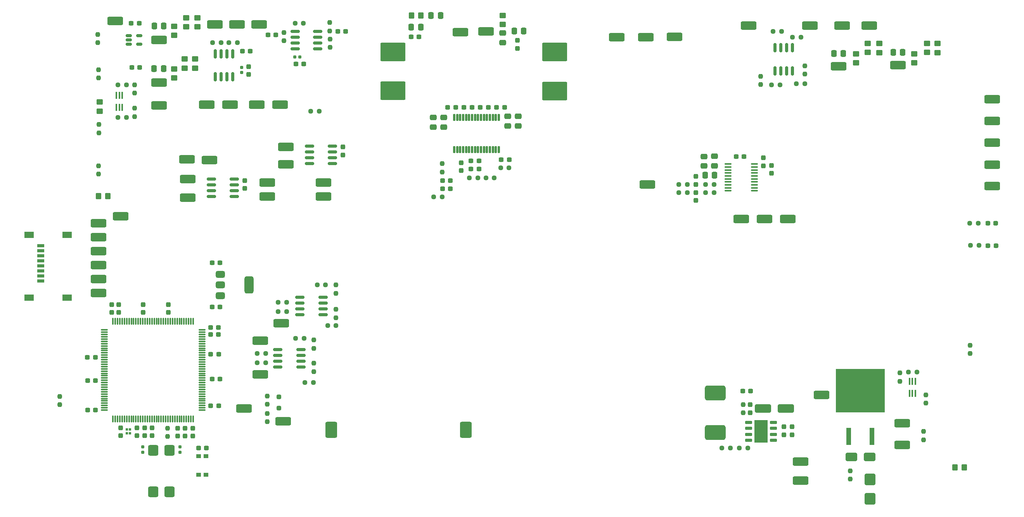
<source format=gbr>
%TF.GenerationSoftware,KiCad,Pcbnew,9.0.3*%
%TF.CreationDate,2025-10-14T12:15:04-07:00*%
%TF.ProjectId,VCU_v1,5643555f-7631-42e6-9b69-6361645f7063,rev?*%
%TF.SameCoordinates,Original*%
%TF.FileFunction,Paste,Top*%
%TF.FilePolarity,Positive*%
%FSLAX46Y46*%
G04 Gerber Fmt 4.6, Leading zero omitted, Abs format (unit mm)*
G04 Created by KiCad (PCBNEW 9.0.3) date 2025-10-14 12:15:04*
%MOMM*%
%LPD*%
G01*
G04 APERTURE LIST*
G04 Aperture macros list*
%AMRoundRect*
0 Rectangle with rounded corners*
0 $1 Rounding radius*
0 $2 $3 $4 $5 $6 $7 $8 $9 X,Y pos of 4 corners*
0 Add a 4 corners polygon primitive as box body*
4,1,4,$2,$3,$4,$5,$6,$7,$8,$9,$2,$3,0*
0 Add four circle primitives for the rounded corners*
1,1,$1+$1,$2,$3*
1,1,$1+$1,$4,$5*
1,1,$1+$1,$6,$7*
1,1,$1+$1,$8,$9*
0 Add four rect primitives between the rounded corners*
20,1,$1+$1,$2,$3,$4,$5,0*
20,1,$1+$1,$4,$5,$6,$7,0*
20,1,$1+$1,$6,$7,$8,$9,0*
20,1,$1+$1,$8,$9,$2,$3,0*%
G04 Aperture macros list end*
%ADD10RoundRect,0.237500X0.250000X0.237500X-0.250000X0.237500X-0.250000X-0.237500X0.250000X-0.237500X0*%
%ADD11RoundRect,0.250000X1.000000X0.650000X-1.000000X0.650000X-1.000000X-0.650000X1.000000X-0.650000X0*%
%ADD12RoundRect,0.390000X-0.910000X-1.360000X0.910000X-1.360000X0.910000X1.360000X-0.910000X1.360000X0*%
%ADD13RoundRect,0.237500X-0.237500X0.250000X-0.237500X-0.250000X0.237500X-0.250000X0.237500X0.250000X0*%
%ADD14RoundRect,0.250000X-1.450000X-0.650000X1.450000X-0.650000X1.450000X0.650000X-1.450000X0.650000X0*%
%ADD15RoundRect,0.375000X-0.625000X-0.375000X0.625000X-0.375000X0.625000X0.375000X-0.625000X0.375000X0*%
%ADD16RoundRect,0.500000X-0.500000X-1.400000X0.500000X-1.400000X0.500000X1.400000X-0.500000X1.400000X0*%
%ADD17RoundRect,0.250000X0.450000X-0.350000X0.450000X0.350000X-0.450000X0.350000X-0.450000X-0.350000X0*%
%ADD18RoundRect,0.237500X-0.250000X-0.237500X0.250000X-0.237500X0.250000X0.237500X-0.250000X0.237500X0*%
%ADD19RoundRect,0.250000X-0.337500X-0.475000X0.337500X-0.475000X0.337500X0.475000X-0.337500X0.475000X0*%
%ADD20RoundRect,0.237500X0.300000X0.237500X-0.300000X0.237500X-0.300000X-0.237500X0.300000X-0.237500X0*%
%ADD21RoundRect,0.250000X0.337500X0.475000X-0.337500X0.475000X-0.337500X-0.475000X0.337500X-0.475000X0*%
%ADD22RoundRect,0.237500X0.237500X-0.250000X0.237500X0.250000X-0.237500X0.250000X-0.237500X-0.250000X0*%
%ADD23RoundRect,0.067500X0.157500X-0.682500X0.157500X0.682500X-0.157500X0.682500X-0.157500X-0.682500X0*%
%ADD24RoundRect,0.067500X-0.157500X0.682500X-0.157500X-0.682500X0.157500X-0.682500X0.157500X0.682500X0*%
%ADD25RoundRect,0.237500X-0.237500X0.300000X-0.237500X-0.300000X0.237500X-0.300000X0.237500X0.300000X0*%
%ADD26RoundRect,0.100000X-0.637500X-0.100000X0.637500X-0.100000X0.637500X0.100000X-0.637500X0.100000X0*%
%ADD27R,1.000000X0.900000*%
%ADD28RoundRect,0.250000X0.900000X-1.000000X0.900000X1.000000X-0.900000X1.000000X-0.900000X-1.000000X0*%
%ADD29RoundRect,0.155000X-0.155000X0.212500X-0.155000X-0.212500X0.155000X-0.212500X0.155000X0.212500X0*%
%ADD30RoundRect,0.250000X2.500000X-1.750000X2.500000X1.750000X-2.500000X1.750000X-2.500000X-1.750000X0*%
%ADD31RoundRect,0.237500X0.237500X-0.300000X0.237500X0.300000X-0.237500X0.300000X-0.237500X-0.300000X0*%
%ADD32RoundRect,0.237500X-0.300000X-0.237500X0.300000X-0.237500X0.300000X0.237500X-0.300000X0.237500X0*%
%ADD33RoundRect,0.250000X1.450000X0.650000X-1.450000X0.650000X-1.450000X-0.650000X1.450000X-0.650000X0*%
%ADD34RoundRect,0.162500X0.825000X0.162500X-0.825000X0.162500X-0.825000X-0.162500X0.825000X-0.162500X0*%
%ADD35RoundRect,0.237500X0.287500X0.237500X-0.287500X0.237500X-0.287500X-0.237500X0.287500X-0.237500X0*%
%ADD36RoundRect,0.090000X-0.685000X-0.210000X0.685000X-0.210000X0.685000X0.210000X-0.685000X0.210000X0*%
%ADD37R,2.950000X4.900000*%
%ADD38RoundRect,0.155000X0.155000X-0.212500X0.155000X0.212500X-0.155000X0.212500X-0.155000X-0.212500X0*%
%ADD39RoundRect,0.250000X1.500000X0.650000X-1.500000X0.650000X-1.500000X-0.650000X1.500000X-0.650000X0*%
%ADD40RoundRect,0.330000X-0.770000X0.820000X-0.770000X-0.820000X0.770000X-0.820000X0.770000X0.820000X0*%
%ADD41RoundRect,0.250000X0.350000X0.450000X-0.350000X0.450000X-0.350000X-0.450000X0.350000X-0.450000X0*%
%ADD42RoundRect,0.155000X-0.212500X-0.155000X0.212500X-0.155000X0.212500X0.155000X-0.212500X0.155000X0*%
%ADD43RoundRect,0.250000X0.250000X-0.250000X0.250000X0.250000X-0.250000X0.250000X-0.250000X-0.250000X0*%
%ADD44RoundRect,0.100000X-0.100000X0.650000X-0.100000X-0.650000X0.100000X-0.650000X0.100000X0.650000X0*%
%ADD45RoundRect,0.495000X-1.755000X-1.155000X1.755000X-1.155000X1.755000X1.155000X-1.755000X1.155000X0*%
%ADD46RoundRect,0.250000X0.475000X-0.337500X0.475000X0.337500X-0.475000X0.337500X-0.475000X-0.337500X0*%
%ADD47RoundRect,0.250000X-0.350000X-0.450000X0.350000X-0.450000X0.350000X0.450000X-0.350000X0.450000X0*%
%ADD48RoundRect,0.250000X-0.475000X0.337500X-0.475000X-0.337500X0.475000X-0.337500X0.475000X0.337500X0*%
%ADD49R,1.500000X0.800000*%
%ADD50R,2.000000X1.450000*%
%ADD51RoundRect,0.150000X0.825000X0.150000X-0.825000X0.150000X-0.825000X-0.150000X0.825000X-0.150000X0*%
%ADD52RoundRect,0.075000X0.075000X-0.662500X0.075000X0.662500X-0.075000X0.662500X-0.075000X-0.662500X0*%
%ADD53RoundRect,0.075000X0.662500X-0.075000X0.662500X0.075000X-0.662500X0.075000X-0.662500X-0.075000X0*%
%ADD54RoundRect,0.150000X-0.825000X-0.150000X0.825000X-0.150000X0.825000X0.150000X-0.825000X0.150000X0*%
%ADD55RoundRect,0.100000X0.100000X-0.650000X0.100000X0.650000X-0.100000X0.650000X-0.100000X-0.650000X0*%
%ADD56RoundRect,0.070500X0.164500X-0.189500X0.164500X0.189500X-0.164500X0.189500X-0.164500X-0.189500X0*%
%ADD57R,10.670000X9.450000*%
%ADD58R,1.050000X3.800000*%
%ADD59RoundRect,0.150000X-0.150000X0.825000X-0.150000X-0.825000X0.150000X-0.825000X0.150000X0.825000X0*%
%ADD60RoundRect,0.250000X-0.450000X0.350000X-0.450000X-0.350000X0.450000X-0.350000X0.450000X0.350000X0*%
%ADD61RoundRect,0.162500X0.162500X-0.825000X0.162500X0.825000X-0.162500X0.825000X-0.162500X-0.825000X0*%
%ADD62RoundRect,0.150000X-0.512500X-0.150000X0.512500X-0.150000X0.512500X0.150000X-0.512500X0.150000X0*%
G04 APERTURE END LIST*
D10*
%TO.C,R23*%
X126492000Y-99314000D03*
X124667000Y-99314000D03*
%TD*%
D11*
%TO.C,D5*%
X212058000Y-160274000D03*
X208058000Y-160274000D03*
%TD*%
D12*
%TO.C,BT1*%
X94520000Y-154269773D03*
X123920000Y-154269773D03*
%TD*%
D13*
%TO.C,R60*%
X188222611Y-77065500D03*
X188222611Y-78890500D03*
%TD*%
D14*
%TO.C,TP48*%
X196998021Y-161218766D03*
%TD*%
D15*
%TO.C,U3*%
X70256000Y-120382000D03*
X70256000Y-122682000D03*
D16*
X76556000Y-122682000D03*
D15*
X70256000Y-124982000D03*
%TD*%
D17*
%TO.C,R61*%
X60198000Y-77454000D03*
X60198000Y-75454000D03*
%TD*%
D18*
%TO.C,R49*%
X93732849Y-131572000D03*
X95557849Y-131572000D03*
%TD*%
D14*
%TO.C,TP53*%
X48564500Y-107645500D03*
%TD*%
D19*
%TO.C,C81*%
X55900943Y-66116891D03*
X57975943Y-66116891D03*
%TD*%
D17*
%TO.C,R72*%
X209050611Y-74152000D03*
X209050611Y-72152000D03*
%TD*%
D20*
%TO.C,C60*%
X132342177Y-83844001D03*
X130617177Y-83844001D03*
%TD*%
D21*
%TO.C,C71*%
X178183490Y-98657678D03*
X176108490Y-98657678D03*
%TD*%
D19*
%TO.C,C69*%
X111992500Y-66318001D03*
X114067500Y-66318001D03*
%TD*%
D14*
%TO.C,TP10*%
X78740000Y-65786000D03*
%TD*%
D22*
%TO.C,R48*%
X80556501Y-148755000D03*
X80556501Y-146930000D03*
%TD*%
D18*
%TO.C,R41*%
X90019500Y-84709000D03*
X91844500Y-84709000D03*
%TD*%
D17*
%TO.C,R64*%
X62484000Y-75279000D03*
X62484000Y-73279000D03*
%TD*%
D14*
%TO.C,TP57*%
X238760000Y-86868000D03*
%TD*%
D17*
%TO.C,R58*%
X65278000Y-66294000D03*
X65278000Y-64294000D03*
%TD*%
D23*
%TO.C,U13*%
X121344000Y-93106000D03*
X121994000Y-93106000D03*
X122644000Y-93106000D03*
X123294000Y-93106000D03*
X123944000Y-93106000D03*
X124594000Y-93106000D03*
X125244000Y-93106000D03*
X125894000Y-93106000D03*
X126544000Y-93106000D03*
X127194000Y-93106000D03*
X127844000Y-93106000D03*
X128494000Y-93106000D03*
X129144000Y-93106000D03*
X129794000Y-93106000D03*
X130444000Y-93106000D03*
X131094000Y-93106000D03*
D24*
X131094000Y-86106000D03*
X130444000Y-86106000D03*
X129794000Y-86106000D03*
X129144000Y-86106000D03*
X128494000Y-86106000D03*
X127844000Y-86106000D03*
X127194000Y-86106000D03*
X126544000Y-86106000D03*
X125894000Y-86106000D03*
X125244000Y-86106000D03*
X124594000Y-86106000D03*
X123944000Y-86106000D03*
X123294000Y-86106000D03*
X122644000Y-86106000D03*
X121994000Y-86106000D03*
X121344000Y-86106000D03*
%TD*%
D20*
%TO.C,C26*%
X69945001Y-137783001D03*
X68220001Y-137783001D03*
%TD*%
D14*
%TO.C,TP56*%
X238760000Y-82095000D03*
%TD*%
D19*
%TO.C,C84*%
X204203111Y-72136000D03*
X206278111Y-72136000D03*
%TD*%
D25*
%TO.C,C28*%
X58922501Y-126944900D03*
X58922501Y-128669900D03*
%TD*%
D14*
%TO.C,TP30*%
X163195000Y-68580000D03*
%TD*%
D13*
%TO.C,R38*%
X43561000Y-67921500D03*
X43561000Y-69746500D03*
%TD*%
D26*
%TO.C,U14*%
X181141490Y-96240678D03*
X181141490Y-96890678D03*
X181141490Y-97540678D03*
X181141490Y-98190678D03*
X181141490Y-98840678D03*
X181141490Y-99490678D03*
X181141490Y-100140678D03*
X181141490Y-100790678D03*
X181141490Y-101440678D03*
X181141490Y-102090678D03*
X186866490Y-102090678D03*
X186866490Y-101440678D03*
X186866490Y-100790678D03*
X186866490Y-100140678D03*
X186866490Y-99490678D03*
X186866490Y-98840678D03*
X186866490Y-98190678D03*
X186866490Y-97540678D03*
X186866490Y-96890678D03*
X186866490Y-96240678D03*
%TD*%
D17*
%TO.C,R35*%
X43942000Y-84677000D03*
X43942000Y-82677000D03*
%TD*%
%TO.C,R67*%
X214130611Y-71893000D03*
X214130611Y-69893000D03*
%TD*%
D18*
%TO.C,R62*%
X190612111Y-78994000D03*
X192437111Y-78994000D03*
%TD*%
D14*
%TO.C,TP21*%
X84582000Y-92481400D03*
%TD*%
D27*
%TO.C,SW1*%
X65541800Y-164149300D03*
X65541800Y-160049300D03*
X67141800Y-164149300D03*
X67141800Y-160049300D03*
%TD*%
D14*
%TO.C,TP17*%
X63142500Y-103555800D03*
%TD*%
D25*
%TO.C,C38*%
X53791701Y-153867800D03*
X53791701Y-155592800D03*
%TD*%
D14*
%TO.C,TP37*%
X218194611Y-74676000D03*
%TD*%
D22*
%TO.C,R76*%
X51562000Y-80772000D03*
X51562000Y-78947000D03*
%TD*%
D10*
%TO.C,R53*%
X84739349Y-128508255D03*
X82914349Y-128508255D03*
%TD*%
D14*
%TO.C,TP5*%
X219151200Y-152908000D03*
%TD*%
%TO.C,TP59*%
X238760000Y-96393000D03*
%TD*%
%TO.C,TP19*%
X80530300Y-103352600D03*
%TD*%
D13*
%TO.C,R47*%
X80556501Y-150740000D03*
X80556501Y-152565000D03*
%TD*%
D28*
%TO.C,D6*%
X212090000Y-169418000D03*
X212090000Y-165118000D03*
%TD*%
D29*
%TO.C,C34*%
X53325300Y-158053300D03*
X53325300Y-159188300D03*
%TD*%
D30*
%TO.C,L3*%
X107950000Y-80220001D03*
X107950000Y-71720001D03*
%TD*%
D14*
%TO.C,TP39*%
X205994000Y-66040000D03*
%TD*%
D13*
%TO.C,R46*%
X90684849Y-134707755D03*
X90684849Y-136532755D03*
%TD*%
D14*
%TO.C,TP38*%
X205240611Y-74930000D03*
%TD*%
D31*
%TO.C,C23*%
X64307301Y-155694400D03*
X64307301Y-153969400D03*
%TD*%
D20*
%TO.C,C16*%
X70204500Y-117856000D03*
X68479500Y-117856000D03*
%TD*%
D14*
%TO.C,TP11*%
X78232000Y-83312000D03*
%TD*%
D10*
%TO.C,R14*%
X88426700Y-65455800D03*
X86601700Y-65455800D03*
%TD*%
D32*
%TO.C,C30*%
X41296001Y-138475400D03*
X43021001Y-138475400D03*
%TD*%
D20*
%TO.C,C58*%
X125230177Y-83844001D03*
X123505177Y-83844001D03*
%TD*%
D33*
%TO.C,TP27*%
X79000849Y-142224255D03*
%TD*%
D34*
%TO.C,Q3*%
X87920001Y-140603500D03*
X87920001Y-139333500D03*
X87920001Y-138063500D03*
X87920001Y-136793500D03*
X82845001Y-136793500D03*
X82845001Y-138063500D03*
X82845001Y-139333500D03*
X82845001Y-140603500D03*
%TD*%
D17*
%TO.C,R68*%
X226830611Y-71898000D03*
X226830611Y-69898000D03*
%TD*%
D25*
%TO.C,C20*%
X53436101Y-126926000D03*
X53436101Y-128651000D03*
%TD*%
D14*
%TO.C,TP14*%
X69088000Y-65786000D03*
%TD*%
D33*
%TO.C,TP31*%
X83572849Y-131048255D03*
%TD*%
D10*
%TO.C,R4*%
X84732500Y-126492000D03*
X82907500Y-126492000D03*
%TD*%
D35*
%TO.C,D7*%
X239569146Y-109216951D03*
X237819146Y-109216951D03*
%TD*%
D14*
%TO.C,TP26*%
X128270000Y-67310000D03*
%TD*%
%TO.C,TP55*%
X83349406Y-83310590D03*
%TD*%
%TO.C,TP22*%
X92837000Y-103378000D03*
%TD*%
D36*
%TO.C,U2*%
X185608000Y-152698000D03*
X185608000Y-153998000D03*
X185608000Y-155298000D03*
X185608000Y-156598000D03*
X191008000Y-156598000D03*
X191008000Y-155298000D03*
X191008000Y-153998000D03*
X191008000Y-152698000D03*
D37*
X188308000Y-154648000D03*
%TD*%
D38*
%TO.C,C5*%
X74930000Y-76259500D03*
X74930000Y-75124500D03*
%TD*%
D14*
%TO.C,TP25*%
X122682000Y-67437000D03*
%TD*%
D31*
%TO.C,C36*%
X48499300Y-155613800D03*
X48499300Y-153888800D03*
%TD*%
D39*
%TO.C,D2*%
X193762000Y-149690000D03*
X188762000Y-149690000D03*
%TD*%
D20*
%TO.C,C17*%
X52578000Y-65532000D03*
X50853000Y-65532000D03*
%TD*%
D31*
%TO.C,C7*%
X76454000Y-76708000D03*
X76454000Y-74983000D03*
%TD*%
D10*
%TO.C,R29*%
X178058490Y-102467678D03*
X176233490Y-102467678D03*
%TD*%
D19*
%TO.C,C82*%
X55858500Y-75438000D03*
X57933500Y-75438000D03*
%TD*%
D14*
%TO.C,TP47*%
X43688000Y-109220000D03*
%TD*%
D22*
%TO.C,R15*%
X94169000Y-67183000D03*
X94169000Y-65358000D03*
%TD*%
D25*
%TO.C,C4*%
X195072000Y-153653500D03*
X195072000Y-155378500D03*
%TD*%
D14*
%TO.C,TP28*%
X156845000Y-68580000D03*
%TD*%
%TO.C,TP4*%
X47310022Y-65004552D03*
%TD*%
D32*
%TO.C,C9*%
X95911500Y-67310000D03*
X97636500Y-67310000D03*
%TD*%
D13*
%TO.C,R2*%
X184404000Y-148777500D03*
X184404000Y-150602500D03*
%TD*%
D10*
%TO.C,R22*%
X118726677Y-103402001D03*
X116901677Y-103402001D03*
%TD*%
D40*
%TO.C,Y1*%
X55667300Y-158815300D03*
X55667300Y-167865300D03*
X59167300Y-167815300D03*
X59167300Y-158815300D03*
%TD*%
D14*
%TO.C,TP45*%
X43688000Y-115316000D03*
%TD*%
D13*
%TO.C,R25*%
X118726677Y-96139501D03*
X118726677Y-97964501D03*
%TD*%
D20*
%TO.C,C14*%
X52678500Y-75184000D03*
X50953500Y-75184000D03*
%TD*%
D17*
%TO.C,R73*%
X224544611Y-71866000D03*
X224544611Y-69866000D03*
%TD*%
D10*
%TO.C,R1*%
X235862500Y-114046000D03*
X234037500Y-114046000D03*
%TD*%
D41*
%TO.C,R37*%
X45704000Y-103251000D03*
X43704000Y-103251000D03*
%TD*%
D14*
%TO.C,TP58*%
X238760000Y-91567000D03*
%TD*%
D31*
%TO.C,C51*%
X122843677Y-97660501D03*
X122843677Y-95935501D03*
%TD*%
D42*
%TO.C,C1*%
X86554500Y-72898000D03*
X87689500Y-72898000D03*
%TD*%
D32*
%TO.C,C57*%
X119949177Y-83844001D03*
X121674177Y-83844001D03*
%TD*%
D10*
%TO.C,R78*%
X49807500Y-78994000D03*
X47982500Y-78994000D03*
%TD*%
D31*
%TO.C,C77*%
X174097990Y-104192678D03*
X174097990Y-102467678D03*
%TD*%
D20*
%TO.C,C25*%
X70204500Y-143256000D03*
X68479500Y-143256000D03*
%TD*%
D10*
%TO.C,R5*%
X181610000Y-158326000D03*
X179785000Y-158326000D03*
%TD*%
D43*
%TO.C,D8*%
X83096501Y-149580500D03*
X83096501Y-147080500D03*
%TD*%
D32*
%TO.C,C50*%
X118779677Y-99846001D03*
X120504677Y-99846001D03*
%TD*%
D14*
%TO.C,TP50*%
X219151200Y-157653000D03*
%TD*%
D44*
%TO.C,Q2*%
X222024300Y-143698600D03*
X221374300Y-143698600D03*
X220724300Y-143698600D03*
X220724300Y-146358600D03*
X221374300Y-146358600D03*
X222024300Y-146358600D03*
%TD*%
D18*
%TO.C,R19*%
X72188700Y-69697600D03*
X74013700Y-69697600D03*
%TD*%
D19*
%TO.C,C83*%
X217157111Y-71882000D03*
X219232111Y-71882000D03*
%TD*%
D34*
%TO.C,Q4*%
X92714349Y-129143255D03*
X92714349Y-127873255D03*
X92714349Y-126603255D03*
X92714349Y-125333255D03*
X87639349Y-125333255D03*
X87639349Y-126603255D03*
X87639349Y-127873255D03*
X87639349Y-129143255D03*
%TD*%
D10*
%TO.C,R30*%
X178058490Y-100689678D03*
X176233490Y-100689678D03*
%TD*%
D45*
%TO.C,L2*%
X178308000Y-146240000D03*
X178308000Y-154940000D03*
%TD*%
D18*
%TO.C,R36*%
X220499300Y-141732000D03*
X222324300Y-141732000D03*
%TD*%
D32*
%TO.C,C32*%
X41346801Y-149956200D03*
X43071801Y-149956200D03*
%TD*%
D18*
%TO.C,R20*%
X68632700Y-69697600D03*
X70457700Y-69697600D03*
%TD*%
D13*
%TO.C,R13*%
X84212200Y-67487800D03*
X84212200Y-69312800D03*
%TD*%
D10*
%TO.C,R51*%
X80167349Y-139684255D03*
X78342349Y-139684255D03*
%TD*%
D32*
%TO.C,C31*%
X41346801Y-143555400D03*
X43071801Y-143555400D03*
%TD*%
D14*
%TO.C,TP40*%
X185623200Y-65989200D03*
%TD*%
%TO.C,TP52*%
X56896000Y-83439000D03*
%TD*%
D46*
%TO.C,C74*%
X131953000Y-69712250D03*
X131953000Y-67637250D03*
%TD*%
D14*
%TO.C,TP6*%
X201523600Y-146699200D03*
%TD*%
D25*
%TO.C,C6*%
X193294000Y-153653500D03*
X193294000Y-155378500D03*
%TD*%
D22*
%TO.C,R42*%
X233934000Y-137668000D03*
X233934000Y-135843000D03*
%TD*%
D33*
%TO.C,TP29*%
X79000849Y-134858255D03*
%TD*%
D13*
%TO.C,R39*%
X43815000Y-87606500D03*
X43815000Y-89431500D03*
%TD*%
D32*
%TO.C,C49*%
X125029177Y-95528001D03*
X126754177Y-95528001D03*
%TD*%
D31*
%TO.C,C19*%
X62630901Y-155694400D03*
X62630901Y-153969400D03*
%TD*%
D10*
%TO.C,R32*%
X172216490Y-100689678D03*
X170391490Y-100689678D03*
%TD*%
D47*
%TO.C,R33*%
X230648000Y-162560000D03*
X232648000Y-162560000D03*
%TD*%
D10*
%TO.C,R7*%
X192786000Y-67310000D03*
X190961000Y-67310000D03*
%TD*%
D14*
%TO.C,TP46*%
X43688000Y-112268000D03*
%TD*%
D25*
%TO.C,C54*%
X188829990Y-94900678D03*
X188829990Y-96625678D03*
%TD*%
D14*
%TO.C,TP12*%
X73914000Y-65742615D03*
%TD*%
D48*
%TO.C,C63*%
X116747677Y-86108501D03*
X116747677Y-88183501D03*
%TD*%
D49*
%TO.C,J4*%
X31130000Y-121801000D03*
X31130000Y-120701000D03*
X31130000Y-119601000D03*
X31130000Y-118501000D03*
X31130000Y-117401000D03*
X31130000Y-116301000D03*
X31130000Y-115201000D03*
X31130000Y-114101000D03*
D50*
X28530000Y-125476000D03*
X36830000Y-125476000D03*
X28530000Y-111726000D03*
X36830000Y-111726000D03*
%TD*%
D14*
%TO.C,TP36*%
X56896000Y-78486000D03*
%TD*%
D13*
%TO.C,R21*%
X43688000Y-96623500D03*
X43688000Y-98448500D03*
%TD*%
D20*
%TO.C,C24*%
X69945001Y-149041800D03*
X68220001Y-149041800D03*
%TD*%
D18*
%TO.C,R31*%
X170391490Y-102467678D03*
X172216490Y-102467678D03*
%TD*%
D32*
%TO.C,C40*%
X75083500Y-71628000D03*
X76808500Y-71628000D03*
%TD*%
%TO.C,C52*%
X131633177Y-95274001D03*
X133358177Y-95274001D03*
%TD*%
D31*
%TO.C,C64*%
X190607990Y-98250178D03*
X190607990Y-96525178D03*
%TD*%
D25*
%TO.C,C29*%
X46578101Y-126944900D03*
X46578101Y-128669900D03*
%TD*%
D31*
%TO.C,C46*%
X97028000Y-94259400D03*
X97028000Y-92534400D03*
%TD*%
D22*
%TO.C,R34*%
X218617800Y-143687800D03*
X218617800Y-141862800D03*
%TD*%
D14*
%TO.C,TP24*%
X163489177Y-100679451D03*
%TD*%
%TO.C,TP42*%
X43688000Y-124460000D03*
%TD*%
D22*
%TO.C,R17*%
X223774000Y-156511000D03*
X223774000Y-154686000D03*
%TD*%
D13*
%TO.C,R18*%
X43688000Y-75645000D03*
X43688000Y-77470000D03*
%TD*%
D32*
%TO.C,C3*%
X86767500Y-74422000D03*
X88492500Y-74422000D03*
%TD*%
D20*
%TO.C,C15*%
X70204500Y-127508000D03*
X68479500Y-127508000D03*
%TD*%
D22*
%TO.C,R50*%
X95510849Y-129825255D03*
X95510849Y-128000255D03*
%TD*%
D13*
%TO.C,R75*%
X51562000Y-84074000D03*
X51562000Y-85899000D03*
%TD*%
D51*
%TO.C,U9*%
X91564000Y-71120000D03*
X91564000Y-69850000D03*
X91564000Y-68580000D03*
X91564000Y-67310000D03*
X86614000Y-67310000D03*
X86614000Y-68580000D03*
X86614000Y-69850000D03*
X86614000Y-71120000D03*
%TD*%
D25*
%TO.C,C78*%
X174097990Y-98964678D03*
X174097990Y-100689678D03*
%TD*%
D52*
%TO.C,U5*%
X46870501Y-151906500D03*
X47370501Y-151906500D03*
X47870501Y-151906501D03*
X48370501Y-151906500D03*
X48870501Y-151906500D03*
X49370502Y-151906500D03*
X49870501Y-151906500D03*
X50370500Y-151906500D03*
X50870501Y-151906500D03*
X51370501Y-151906500D03*
X51870502Y-151906500D03*
X52370501Y-151906500D03*
X52870501Y-151906500D03*
X53370501Y-151906500D03*
X53870501Y-151906500D03*
X54370501Y-151906501D03*
X54870501Y-151906500D03*
X55370501Y-151906500D03*
X55870501Y-151906500D03*
X56370501Y-151906500D03*
X56870501Y-151906501D03*
X57370501Y-151906500D03*
X57870501Y-151906500D03*
X58370501Y-151906500D03*
X58870501Y-151906500D03*
X59370500Y-151906500D03*
X59870501Y-151906500D03*
X60370501Y-151906500D03*
X60870502Y-151906500D03*
X61370501Y-151906500D03*
X61870500Y-151906500D03*
X62370501Y-151906500D03*
X62870501Y-151906500D03*
X63370501Y-151906501D03*
X63870501Y-151906500D03*
X64370501Y-151906500D03*
D53*
X66283001Y-149994000D03*
X66283001Y-149494000D03*
X66283002Y-148994000D03*
X66283001Y-148494000D03*
X66283001Y-147994000D03*
X66283001Y-147493999D03*
X66283001Y-146994000D03*
X66283001Y-146494001D03*
X66283001Y-145994000D03*
X66283001Y-145494000D03*
X66283001Y-144993999D03*
X66283001Y-144494000D03*
X66283001Y-143994000D03*
X66283001Y-143494000D03*
X66283001Y-142994000D03*
X66283002Y-142494000D03*
X66283001Y-141994000D03*
X66283001Y-141494000D03*
X66283001Y-140994000D03*
X66283001Y-140494000D03*
X66283002Y-139994000D03*
X66283001Y-139494000D03*
X66283001Y-138994000D03*
X66283001Y-138494000D03*
X66283001Y-137994000D03*
X66283001Y-137494001D03*
X66283001Y-136994000D03*
X66283001Y-136494000D03*
X66283001Y-135993999D03*
X66283001Y-135494000D03*
X66283001Y-134994001D03*
X66283001Y-134494000D03*
X66283001Y-133994000D03*
X66283002Y-133494000D03*
X66283001Y-132994000D03*
X66283001Y-132494000D03*
D52*
X64370501Y-130581500D03*
X63870501Y-130581500D03*
X63370501Y-130581499D03*
X62870501Y-130581500D03*
X62370501Y-130581500D03*
X61870500Y-130581500D03*
X61370501Y-130581500D03*
X60870502Y-130581500D03*
X60370501Y-130581500D03*
X59870501Y-130581500D03*
X59370500Y-130581500D03*
X58870501Y-130581500D03*
X58370501Y-130581500D03*
X57870501Y-130581500D03*
X57370501Y-130581500D03*
X56870501Y-130581499D03*
X56370501Y-130581500D03*
X55870501Y-130581500D03*
X55370501Y-130581500D03*
X54870501Y-130581500D03*
X54370501Y-130581499D03*
X53870501Y-130581500D03*
X53370501Y-130581500D03*
X52870501Y-130581500D03*
X52370501Y-130581500D03*
X51870502Y-130581500D03*
X51370501Y-130581500D03*
X50870501Y-130581500D03*
X50370500Y-130581500D03*
X49870501Y-130581500D03*
X49370502Y-130581500D03*
X48870501Y-130581500D03*
X48370501Y-130581500D03*
X47870501Y-130581499D03*
X47370501Y-130581500D03*
X46870501Y-130581500D03*
D53*
X44958001Y-132494000D03*
X44958001Y-132994000D03*
X44958000Y-133494000D03*
X44958001Y-133994000D03*
X44958001Y-134494000D03*
X44958001Y-134994001D03*
X44958001Y-135494000D03*
X44958001Y-135993999D03*
X44958001Y-136494000D03*
X44958001Y-136994000D03*
X44958001Y-137494001D03*
X44958001Y-137994000D03*
X44958001Y-138494000D03*
X44958001Y-138994000D03*
X44958001Y-139494000D03*
X44958000Y-139994000D03*
X44958001Y-140494000D03*
X44958001Y-140994000D03*
X44958001Y-141494000D03*
X44958001Y-141994000D03*
X44958000Y-142494000D03*
X44958001Y-142994000D03*
X44958001Y-143494000D03*
X44958001Y-143994000D03*
X44958001Y-144494000D03*
X44958001Y-144993999D03*
X44958001Y-145494000D03*
X44958001Y-145994000D03*
X44958001Y-146494001D03*
X44958001Y-146994000D03*
X44958001Y-147493999D03*
X44958001Y-147994000D03*
X44958001Y-148494000D03*
X44958000Y-148994000D03*
X44958001Y-149494000D03*
X44958001Y-149994000D03*
%TD*%
D54*
%TO.C,U11*%
X68352500Y-99568000D03*
X68352500Y-100838000D03*
X68352500Y-102108000D03*
X68352500Y-103378000D03*
X73302500Y-103378000D03*
X73302500Y-102108000D03*
X73302500Y-100838000D03*
X73302500Y-99568000D03*
%TD*%
D17*
%TO.C,R66*%
X221750611Y-74152000D03*
X221750611Y-72152000D03*
%TD*%
D10*
%TO.C,R8*%
X197000500Y-68580000D03*
X195175500Y-68580000D03*
%TD*%
D19*
%TO.C,C70*%
X134471500Y-67183000D03*
X136546500Y-67183000D03*
%TD*%
D48*
%TO.C,C55*%
X133003677Y-85854501D03*
X133003677Y-87929501D03*
%TD*%
D55*
%TO.C,Q6*%
X47610000Y-83880000D03*
X48260000Y-83880000D03*
X48910000Y-83880000D03*
X48910000Y-81220000D03*
X48260000Y-81220000D03*
X47610000Y-81220000D03*
%TD*%
D18*
%TO.C,R44*%
X86724349Y-134350255D03*
X88549349Y-134350255D03*
%TD*%
D56*
%TO.C,Y2*%
X50531300Y-155063300D03*
X50531300Y-154243300D03*
X49861300Y-154243300D03*
X49861300Y-155063300D03*
%TD*%
D18*
%TO.C,R6*%
X183595000Y-158326000D03*
X185420000Y-158326000D03*
%TD*%
D14*
%TO.C,TP13*%
X72390000Y-83312000D03*
%TD*%
D13*
%TO.C,R10*%
X35202500Y-147019000D03*
X35202500Y-148844000D03*
%TD*%
D54*
%TO.C,U12*%
X89792000Y-92329000D03*
X89792000Y-93599000D03*
X89792000Y-94869000D03*
X89792000Y-96139000D03*
X94742000Y-96139000D03*
X94742000Y-94869000D03*
X94742000Y-93599000D03*
X94742000Y-92329000D03*
%TD*%
D41*
%TO.C,R27*%
X114030000Y-63778001D03*
X112030000Y-63778001D03*
%TD*%
D35*
%TO.C,D4*%
X239620111Y-114099000D03*
X237870111Y-114099000D03*
%TD*%
D14*
%TO.C,TP35*%
X56938443Y-69164891D03*
%TD*%
D10*
%TO.C,R70*%
X197874611Y-78740000D03*
X196049611Y-78740000D03*
%TD*%
D14*
%TO.C,TP41*%
X198983600Y-65989200D03*
%TD*%
D10*
%TO.C,R3*%
X235712000Y-109220000D03*
X233887000Y-109220000D03*
%TD*%
D14*
%TO.C,TP44*%
X43688000Y-118364000D03*
%TD*%
D20*
%TO.C,C27*%
X69894201Y-131922200D03*
X68169201Y-131922200D03*
%TD*%
D31*
%TO.C,C37*%
X52055300Y-155613800D03*
X52055300Y-153888800D03*
%TD*%
D13*
%TO.C,R55*%
X95510849Y-122666255D03*
X95510849Y-124491255D03*
%TD*%
D14*
%TO.C,TP1*%
X196998021Y-165409766D03*
%TD*%
%TO.C,TP20*%
X84582000Y-96291400D03*
%TD*%
%TO.C,TP15*%
X67310000Y-83312000D03*
%TD*%
D17*
%TO.C,R63*%
X64770000Y-75311000D03*
X64770000Y-73311000D03*
%TD*%
D48*
%TO.C,C62*%
X135289677Y-85833001D03*
X135289677Y-87908001D03*
%TD*%
D33*
%TO.C,TP33*%
X84046975Y-152482257D03*
%TD*%
D32*
%TO.C,C39*%
X65517300Y-158307300D03*
X67242300Y-158307300D03*
%TD*%
D20*
%TO.C,C12*%
X82396500Y-68072000D03*
X80671500Y-68072000D03*
%TD*%
D32*
%TO.C,C59*%
X127061177Y-83844001D03*
X128786177Y-83844001D03*
%TD*%
%TO.C,C67*%
X111913500Y-68418001D03*
X113638500Y-68418001D03*
%TD*%
D13*
%TO.C,R69*%
X197874611Y-74779500D03*
X197874611Y-76604500D03*
%TD*%
D31*
%TO.C,C68*%
X135128000Y-70966500D03*
X135128000Y-69241500D03*
%TD*%
D22*
%TO.C,R12*%
X224282000Y-148486500D03*
X224282000Y-146661500D03*
%TD*%
D31*
%TO.C,C22*%
X60954501Y-155694400D03*
X60954501Y-153969400D03*
%TD*%
D14*
%TO.C,TP43*%
X43688000Y-121412000D03*
%TD*%
D20*
%TO.C,C72*%
X184612490Y-94593678D03*
X182887490Y-94593678D03*
%TD*%
D22*
%TO.C,R9*%
X58801000Y-155767300D03*
X58801000Y-153942300D03*
%TD*%
D10*
%TO.C,R24*%
X130095000Y-99314000D03*
X128270000Y-99314000D03*
%TD*%
D18*
%TO.C,R54*%
X91446849Y-122666255D03*
X93271849Y-122666255D03*
%TD*%
D32*
%TO.C,C18*%
X68169201Y-133446200D03*
X69894201Y-133446200D03*
%TD*%
D22*
%TO.C,R45*%
X90684849Y-141612755D03*
X90684849Y-139787755D03*
%TD*%
D14*
%TO.C,TP49*%
X238760000Y-101092000D03*
%TD*%
D31*
%TO.C,C21*%
X55417301Y-155590600D03*
X55417301Y-153865600D03*
%TD*%
D48*
%TO.C,C79*%
X175875990Y-94593678D03*
X175875990Y-96668678D03*
%TD*%
D10*
%TO.C,R52*%
X80167349Y-137652255D03*
X78342349Y-137652255D03*
%TD*%
D13*
%TO.C,R11*%
X207772000Y-163275000D03*
X207772000Y-165100000D03*
%TD*%
D57*
%TO.C,Q1*%
X210007200Y-145765000D03*
D58*
X207467200Y-155765000D03*
X212547200Y-155765000D03*
%TD*%
D17*
%TO.C,R59*%
X62865000Y-66278000D03*
X62865000Y-64278000D03*
%TD*%
%TO.C,R74*%
X211590611Y-71882000D03*
X211590611Y-69882000D03*
%TD*%
D31*
%TO.C,C45*%
X75588500Y-101573500D03*
X75588500Y-99848500D03*
%TD*%
D25*
%TO.C,C10*%
X185928000Y-148827500D03*
X185928000Y-150552500D03*
%TD*%
D14*
%TO.C,TP16*%
X63142500Y-99568000D03*
%TD*%
D32*
%TO.C,C48*%
X125029177Y-97306001D03*
X126754177Y-97306001D03*
%TD*%
D14*
%TO.C,TP7*%
X184003990Y-108228001D03*
%TD*%
%TO.C,TP9*%
X189083990Y-108228001D03*
%TD*%
%TO.C,TP18*%
X80530300Y-100253800D03*
%TD*%
D59*
%TO.C,U10*%
X73025000Y-72201000D03*
X71755000Y-72201000D03*
X70485000Y-72201000D03*
X69215000Y-72201000D03*
X69215000Y-77151000D03*
X70485000Y-77151000D03*
X71755000Y-77151000D03*
X73025000Y-77151000D03*
%TD*%
D20*
%TO.C,C8*%
X186028500Y-145880000D03*
X184303500Y-145880000D03*
%TD*%
D10*
%TO.C,R77*%
X49784000Y-86106000D03*
X47959000Y-86106000D03*
%TD*%
D60*
%TO.C,R28*%
X131953000Y-63770000D03*
X131953000Y-65770000D03*
%TD*%
D33*
%TO.C,TP34*%
X75476501Y-149620500D03*
%TD*%
D14*
%TO.C,TP23*%
X92837000Y-100330000D03*
%TD*%
%TO.C,TP32*%
X169418000Y-68453000D03*
%TD*%
D29*
%TO.C,C35*%
X61453300Y-158053300D03*
X61453300Y-159188300D03*
%TD*%
D17*
%TO.C,R56*%
X60240443Y-68148891D03*
X60240443Y-66148891D03*
%TD*%
D22*
%TO.C,R16*%
X94234000Y-70762500D03*
X94234000Y-68937500D03*
%TD*%
D14*
%TO.C,TP8*%
X194163990Y-108228001D03*
%TD*%
D10*
%TO.C,R26*%
X133304677Y-97052001D03*
X131479677Y-97052001D03*
%TD*%
D14*
%TO.C,TP3*%
X63026142Y-95250000D03*
%TD*%
D18*
%TO.C,R43*%
X88756349Y-144002255D03*
X90581349Y-144002255D03*
%TD*%
D20*
%TO.C,C47*%
X120504677Y-101624001D03*
X118779677Y-101624001D03*
%TD*%
D14*
%TO.C,TP54*%
X67888825Y-95356124D03*
%TD*%
D19*
%TO.C,C73*%
X116310500Y-63778001D03*
X118385500Y-63778001D03*
%TD*%
D31*
%TO.C,C33*%
X48152901Y-128671000D03*
X48152901Y-126946000D03*
%TD*%
D61*
%TO.C,Q5*%
X191397611Y-75943500D03*
X192667611Y-75943500D03*
X193937611Y-75943500D03*
X195207611Y-75943500D03*
X195207611Y-70868500D03*
X193937611Y-70868500D03*
X192667611Y-70868500D03*
X191397611Y-70868500D03*
%TD*%
D48*
%TO.C,C75*%
X178161990Y-94572178D03*
X178161990Y-96647178D03*
%TD*%
D62*
%TO.C,U1*%
X50303000Y-68204000D03*
X50303000Y-69154000D03*
X50303000Y-70104000D03*
X52578000Y-70104000D03*
X52578000Y-68204000D03*
%TD*%
D48*
%TO.C,C56*%
X119033677Y-86108501D03*
X119033677Y-88183501D03*
%TD*%
D30*
%TO.C,L4*%
X143256000Y-80288001D03*
X143256000Y-71788001D03*
%TD*%
D14*
%TO.C,TP51*%
X211963000Y-66040000D03*
%TD*%
M02*

</source>
